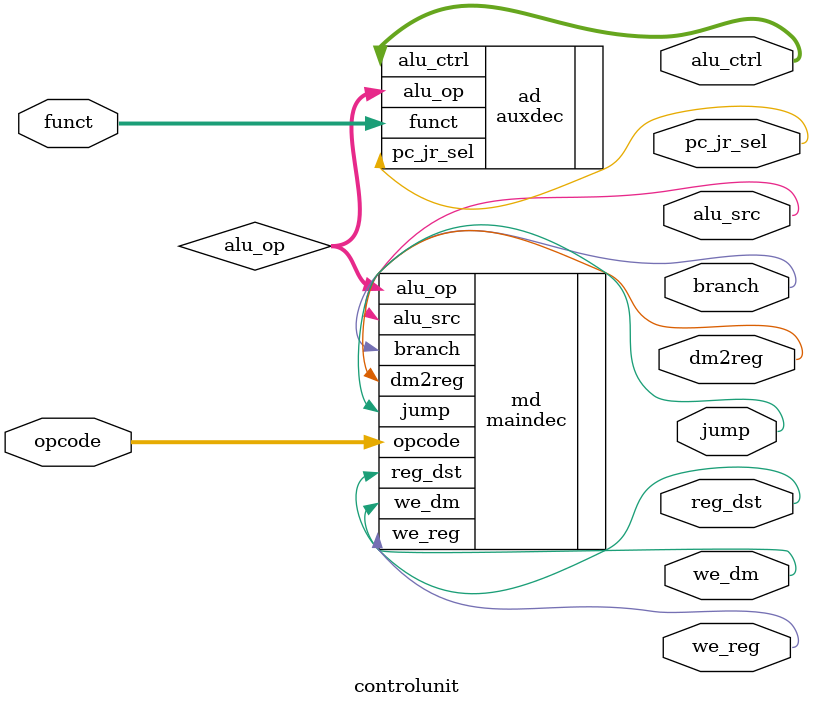
<source format=v>
module controlunit (
        input  wire [5:0]  opcode,
        input  wire [5:0]  funct,
        output wire        branch,
        output wire        jump,
        output wire        reg_dst,
        output wire        we_reg,
        output wire        alu_src,
        output wire        we_dm,
        output wire        dm2reg,
        output wire [2:0]  alu_ctrl,
        output wire        pc_jr_sel
    );
    
    wire [1:0] alu_op;

    maindec md (
        .opcode         (opcode),
        .branch         (branch),
        .jump           (jump),
        .reg_dst        (reg_dst),
        .we_reg         (we_reg),
        .alu_src        (alu_src),
        .we_dm          (we_dm),
        .dm2reg         (dm2reg),
        .alu_op         (alu_op)
    );

    auxdec ad (
        .alu_op         (alu_op),
        .funct          (funct),
        .alu_ctrl       (alu_ctrl),
        .pc_jr_sel      (pc_jr_sel)
    );

endmodule
</source>
